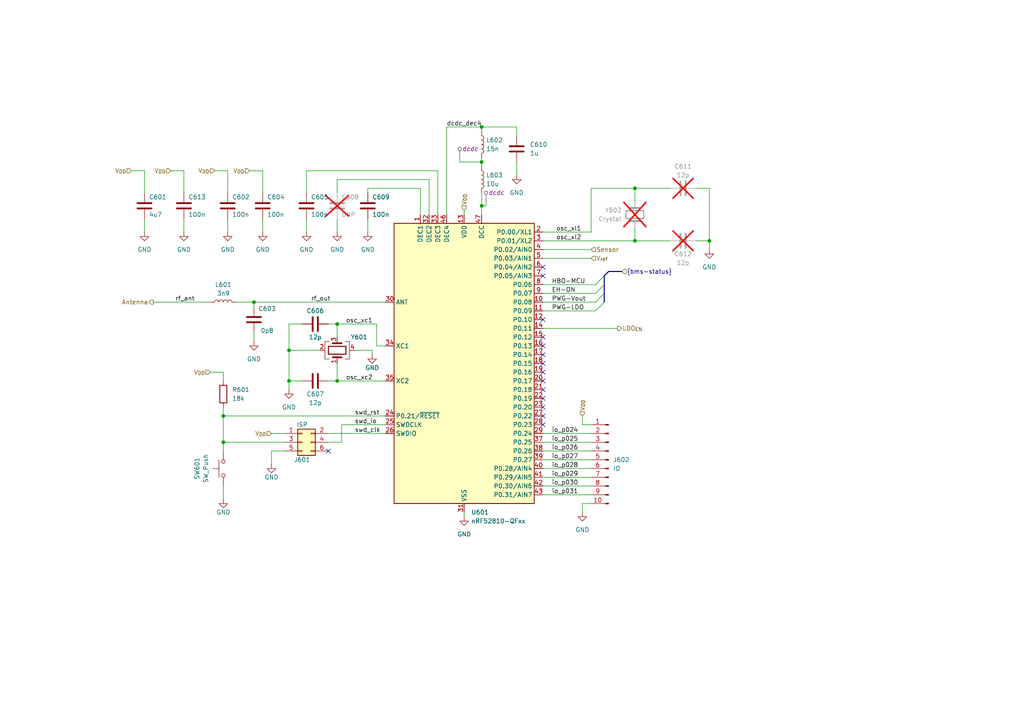
<source format=kicad_sch>
(kicad_sch (version 20230121) (generator eeschema)
  (paper "A4")
  (lib_symbols
    (symbol "Connector:Conn_01x10_Pin" (pin_names (offset 1.016) hide)
      (property "Reference" "J" (at 0 12.7 0))
      (property "Value" "Conn_01x10_Pin" (at 0 -15.24 0))
      (symbol "Conn_01x10_Pin_1_1"
        (polyline (pts (xy 1.27 -12.7) (xy 0.8636 -12.7)) (stroke (width 0.1524)))
        (polyline (pts (xy 1.27 -10.16) (xy 0.8636 -10.16)) (stroke (width 0.1524)))
        (polyline (pts (xy 1.27 -7.62) (xy 0.8636 -7.62)) (stroke (width 0.1524)))
        (polyline (pts (xy 1.27 -5.08) (xy 0.8636 -5.08)) (stroke (width 0.1524)))
        (polyline (pts (xy 1.27 -2.54) (xy 0.8636 -2.54)) (stroke (width 0.1524)))
        (polyline (pts (xy 1.27 0) (xy 0.8636 0)) (stroke (width 0.1524)))
        (polyline (pts (xy 1.27 2.54) (xy 0.8636 2.54)) (stroke (width 0.1524)))
        (polyline (pts (xy 1.27 5.08) (xy 0.8636 5.08)) (stroke (width 0.1524)))
        (polyline (pts (xy 1.27 7.62) (xy 0.8636 7.62)) (stroke (width 0.1524)))
        (polyline (pts (xy 1.27 10.16) (xy 0.8636 10.16)) (stroke (width 0.1524)))
        (rectangle (start 0.8636 -12.573) (end 0 -12.827) (stroke (width 0.1524)) (fill (type outline)))
        (rectangle (start 0.8636 -10.033) (end 0 -10.287) (stroke (width 0.1524)) (fill (type outline)))
        (rectangle (start 0.8636 -7.493) (end 0 -7.747) (stroke (width 0.1524)) (fill (type outline)))
        (rectangle (start 0.8636 -4.953) (end 0 -5.207) (stroke (width 0.1524)) (fill (type outline)))
        (rectangle (start 0.8636 -2.413) (end 0 -2.667) (stroke (width 0.1524)) (fill (type outline)))
        (rectangle (start 0.8636 0.127) (end 0 -0.127) (stroke (width 0.1524)) (fill (type outline)))
        (rectangle (start 0.8636 2.667) (end 0 2.413) (stroke (width 0.1524)) (fill (type outline)))
        (rectangle (start 0.8636 5.207) (end 0 4.953) (stroke (width 0.1524)) (fill (type outline)))
        (rectangle (start 0.8636 7.747) (end 0 7.493) (stroke (width 0.1524)) (fill (type outline)))
        (rectangle (start 0.8636 10.287) (end 0 10.033) (stroke (width 0.1524)) (fill (type outline)))
        (pin passive line (at 5.08 10.16 180) (length 3.81) (name "Pin_1") (number "1"))
        (pin passive line (at 5.08 -12.7 180) (length 3.81) (name "Pin_10") (number "10"))
        (pin passive line (at 5.08 7.62 180) (length 3.81) (name "Pin_2") (number "2"))
        (pin passive line (at 5.08 5.08 180) (length 3.81) (name "Pin_3") (number "3"))
        (pin passive line (at 5.08 2.54 180) (length 3.81) (name "Pin_4") (number "4"))
        (pin passive line (at 5.08 0 180) (length 3.81) (name "Pin_5") (number "5"))
        (pin passive line (at 5.08 -2.54 180) (length 3.81) (name "Pin_6") (number "6"))
        (pin passive line (at 5.08 -5.08 180) (length 3.81) (name "Pin_7") (number "7"))
        (pin passive line (at 5.08 -7.62 180) (length 3.81) (name "Pin_8") (number "8"))
        (pin passive line (at 5.08 -10.16 180) (length 3.81) (name "Pin_9") (number "9"))
      )
    )
    (symbol "Connector_Generic:Conn_02x03_Odd_Even" (pin_names (offset 1.016) hide)
      (property "Reference" "J" (at 1.27 5.08 0))
      (property "Value" "Conn_02x03_Odd_Even" (at 1.27 -5.08 0))
      (symbol "Conn_02x03_Odd_Even_1_1"
        (rectangle (start -1.27 -2.413) (end 0 -2.667) (stroke (width 0.1524)))
        (rectangle (start -1.27 0.127) (end 0 -0.127) (stroke (width 0.1524)))
        (rectangle (start -1.27 2.667) (end 0 2.413) (stroke (width 0.1524)))
        (rectangle (start -1.27 3.81) (end 3.81 -3.81) (stroke (width 0.254)) (fill (type background)))
        (rectangle (start 3.81 -2.413) (end 2.54 -2.667) (stroke (width 0.1524)))
        (rectangle (start 3.81 0.127) (end 2.54 -0.127) (stroke (width 0.1524)))
        (rectangle (start 3.81 2.667) (end 2.54 2.413) (stroke (width 0.1524)))
        (pin passive line (at -5.08 2.54 0) (length 3.81) (name "Pin_1") (number "1"))
        (pin passive line (at 7.62 2.54 180) (length 3.81) (name "Pin_2") (number "2"))
        (pin passive line (at -5.08 0 0) (length 3.81) (name "Pin_3") (number "3"))
        (pin passive line (at 7.62 0 180) (length 3.81) (name "Pin_4") (number "4"))
        (pin passive line (at -5.08 -2.54 0) (length 3.81) (name "Pin_5") (number "5"))
        (pin passive line (at 7.62 -2.54 180) (length 3.81) (name "Pin_6") (number "6"))
      )
    )
    (symbol "Device:C" (pin_numbers hide) (pin_names (offset 0.254))
      (property "Reference" "C" (at 0.635 2.54 0))
      (property "Value" "C" (at 0.635 -2.54 0))
      (symbol "C_0_1"
        (polyline (pts (xy -2.032 -0.762) (xy 2.032 -0.762)) (stroke (width 0.508)))
        (polyline (pts (xy -2.032 0.762) (xy 2.032 0.762)) (stroke (width 0.508)))
      )
      (symbol "C_1_1"
        (pin passive line (at 0 3.81 270) (length 2.794) (name "~") (number "1"))
        (pin passive line (at 0 -3.81 90) (length 2.794) (name "~") (number "2"))
      )
    )
    (symbol "Device:Crystal" (pin_numbers hide) (pin_names (offset 1.016) hide)
      (property "Reference" "Y" (at 0 3.81 0))
      (property "Value" "Crystal" (at 0 -3.81 0))
      (symbol "Crystal_0_1"
        (rectangle (start -1.143 2.54) (end 1.143 -2.54) (stroke (width 0.3048)))
        (polyline (pts (xy -2.54 0) (xy -1.905 0)))
        (polyline (pts (xy -1.905 -1.27) (xy -1.905 1.27)) (stroke (width 0.508)))
        (polyline (pts (xy 1.905 -1.27) (xy 1.905 1.27)) (stroke (width 0.508)))
        (polyline (pts (xy 2.54 0) (xy 1.905 0)))
      )
      (symbol "Crystal_1_1"
        (pin passive line (at -3.81 0 0) (length 1.27) (name "1") (number "1"))
        (pin passive line (at 3.81 0 180) (length 1.27) (name "2") (number "2"))
      )
    )
    (symbol "Device:Crystal_GND24" (pin_names (offset 1.016) hide)
      (property "Reference" "Y" (at 3.175 5.08 0))
      (property "Value" "Crystal_GND24" (at 3.175 3.175 0))
      (symbol "Crystal_GND24_0_1"
        (rectangle (start -1.143 2.54) (end 1.143 -2.54) (stroke (width 0.3048)))
        (polyline (pts (xy -2.54 0) (xy -2.032 0)))
        (polyline (pts (xy -2.032 -1.27) (xy -2.032 1.27)) (stroke (width 0.508)))
        (polyline (pts (xy 0 -3.81) (xy 0 -3.556)))
        (polyline (pts (xy 0 3.556) (xy 0 3.81)))
        (polyline (pts (xy 2.032 -1.27) (xy 2.032 1.27)) (stroke (width 0.508)))
        (polyline (pts (xy 2.032 0) (xy 2.54 0)))
        (polyline (pts (xy -2.54 -2.286) (xy -2.54 -3.556) (xy 2.54 -3.556) (xy 2.54 -2.286)))
        (polyline (pts (xy -2.54 2.286) (xy -2.54 3.556) (xy 2.54 3.556) (xy 2.54 2.286)))
      )
      (symbol "Crystal_GND24_1_1"
        (pin passive line (at -3.81 0 0) (length 1.27) (name "1") (number "1"))
        (pin passive line (at 0 5.08 270) (length 1.27) (name "2") (number "2"))
        (pin passive line (at 3.81 0 180) (length 1.27) (name "3") (number "3"))
        (pin passive line (at 0 -5.08 90) (length 1.27) (name "4") (number "4"))
      )
    )
    (symbol "Device:L" (pin_numbers hide) (pin_names (offset 1.016) hide)
      (property "Reference" "L" (at -1.27 0 90))
      (property "Value" "L" (at 1.905 0 90))
      (symbol "L_0_1"
        (arc (start 0 -2.54) (mid 0.6323 -1.905) (end 0 -1.27))
        (arc (start 0 -1.27) (mid 0.6323 -0.635) (end 0 0))
        (arc (start 0 0) (mid 0.6323 0.635) (end 0 1.27))
        (arc (start 0 1.27) (mid 0.6323 1.905) (end 0 2.54))
      )
      (symbol "L_1_1"
        (pin passive line (at 0 3.81 270) (length 1.27) (name "1") (number "1"))
        (pin passive line (at 0 -3.81 90) (length 1.27) (name "2") (number "2"))
      )
    )
    (symbol "Device:R" (pin_numbers hide) (pin_names (offset 0))
      (property "Reference" "R" (at 2.032 0 90))
      (property "Value" "R" (at 0 0 90))
      (symbol "R_0_1"
        (rectangle (start -1.016 -2.54) (end 1.016 2.54) (stroke (width 0.254)))
      )
      (symbol "R_1_1"
        (pin passive line (at 0 3.81 270) (length 1.27) (name "~") (number "1"))
        (pin passive line (at 0 -3.81 90) (length 1.27) (name "~") (number "2"))
      )
    )
    (symbol "GND_1" (power) (pin_names (offset 0))
      (property "Value" "GND_1" (at 0 -3.81 0))
      (symbol "GND_1_0_1"
        (polyline (pts (xy 0 0) (xy 0 -1.27) (xy 1.27 -1.27) (xy 0 -2.54) (xy -1.27 -1.27) (xy 0 -1.27)))
      )
      (symbol "GND_1_1_1"
        (pin power_in line (at 0 0 270) (length 0) hide (name "GND") (number "1"))
      )
    )
    (symbol "GND_10" (power) (pin_names (offset 0))
      (property "Value" "GND_10" (at 0 -3.81 0))
      (symbol "GND_10_0_1"
        (polyline (pts (xy 0 0) (xy 0 -1.27) (xy 1.27 -1.27) (xy 0 -2.54) (xy -1.27 -1.27) (xy 0 -1.27)))
      )
      (symbol "GND_10_1_1"
        (pin power_in line (at 0 0 270) (length 0) hide (name "GND") (number "1"))
      )
    )
    (symbol "GND_11" (power) (pin_names (offset 0))
      (property "Value" "GND_11" (at 0 -3.81 0))
      (symbol "GND_11_0_1"
        (polyline (pts (xy 0 0) (xy 0 -1.27) (xy 1.27 -1.27) (xy 0 -2.54) (xy -1.27 -1.27) (xy 0 -1.27)))
      )
      (symbol "GND_11_1_1"
        (pin power_in line (at 0 0 270) (length 0) hide (name "GND") (number "1"))
      )
    )
    (symbol "GND_2" (power) (pin_names (offset 0))
      (property "Value" "GND_2" (at 0 -3.81 0))
      (symbol "GND_2_0_1"
        (polyline (pts (xy 0 0) (xy 0 -1.27) (xy 1.27 -1.27) (xy 0 -2.54) (xy -1.27 -1.27) (xy 0 -1.27)))
      )
      (symbol "GND_2_1_1"
        (pin power_in line (at 0 0 270) (length 0) hide (name "GND") (number "1"))
      )
    )
    (symbol "GND_3" (power) (pin_names (offset 0))
      (property "Value" "GND_3" (at 0 -3.81 0))
      (symbol "GND_3_0_1"
        (polyline (pts (xy 0 0) (xy 0 -1.27) (xy 1.27 -1.27) (xy 0 -2.54) (xy -1.27 -1.27) (xy 0 -1.27)))
      )
      (symbol "GND_3_1_1"
        (pin power_in line (at 0 0 270) (length 0) hide (name "GND") (number "1"))
      )
    )
    (symbol "GND_4" (power) (pin_names (offset 0))
      (property "Value" "GND_4" (at 0 -3.81 0))
      (symbol "GND_4_0_1"
        (polyline (pts (xy 0 0) (xy 0 -1.27) (xy 1.27 -1.27) (xy 0 -2.54) (xy -1.27 -1.27) (xy 0 -1.27)))
      )
      (symbol "GND_4_1_1"
        (pin power_in line (at 0 0 270) (length 0) hide (name "GND") (number "1"))
      )
    )
    (symbol "GND_5" (power) (pin_names (offset 0))
      (property "Value" "GND_5" (at 0 -3.81 0))
      (symbol "GND_5_0_1"
        (polyline (pts (xy 0 0) (xy 0 -1.27) (xy 1.27 -1.27) (xy 0 -2.54) (xy -1.27 -1.27) (xy 0 -1.27)))
      )
      (symbol "GND_5_1_1"
        (pin power_in line (at 0 0 270) (length 0) hide (name "GND") (number "1"))
      )
    )
    (symbol "GND_6" (power) (pin_names (offset 0))
      (property "Value" "GND_6" (at 0 -3.81 0))
      (symbol "GND_6_0_1"
        (polyline (pts (xy 0 0) (xy 0 -1.27) (xy 1.27 -1.27) (xy 0 -2.54) (xy -1.27 -1.27) (xy 0 -1.27)))
      )
      (symbol "GND_6_1_1"
        (pin power_in line (at 0 0 270) (length 0) hide (name "GND") (number "1"))
      )
    )
    (symbol "GND_7" (power) (pin_names (offset 0))
      (property "Value" "GND_7" (at 0 -3.81 0))
      (symbol "GND_7_0_1"
        (polyline (pts (xy 0 0) (xy 0 -1.27) (xy 1.27 -1.27) (xy 0 -2.54) (xy -1.27 -1.27) (xy 0 -1.27)))
      )
      (symbol "GND_7_1_1"
        (pin power_in line (at 0 0 270) (length 0) hide (name "GND") (number "1"))
      )
    )
    (symbol "GND_8" (power) (pin_names (offset 0))
      (property "Value" "GND_8" (at 0 -3.81 0))
      (symbol "GND_8_0_1"
        (polyline (pts (xy 0 0) (xy 0 -1.27) (xy 1.27 -1.27) (xy 0 -2.54) (xy -1.27 -1.27) (xy 0 -1.27)))
      )
      (symbol "GND_8_1_1"
        (pin power_in line (at 0 0 270) (length 0) hide (name "GND") (number "1"))
      )
    )
    (symbol "GND_9" (power) (pin_names (offset 0))
      (property "Value" "GND_9" (at 0 -3.81 0))
      (symbol "GND_9_0_1"
        (polyline (pts (xy 0 0) (xy 0 -1.27) (xy 1.27 -1.27) (xy 0 -2.54) (xy -1.27 -1.27) (xy 0 -1.27)))
      )
      (symbol "GND_9_1_1"
        (pin power_in line (at 0 0 270) (length 0) hide (name "GND") (number "1"))
      )
    )
    (symbol "MCU_Nordic:nRF52810-QFxx"
      (property "Reference" "U" (at 0 1.27 0))
      (property "Value" "nRF52810-QFxx" (at 0 -1.27 0))
      (symbol "nRF52810-QFxx_0_1"
        (rectangle (start -20.32 40.64) (end 20.32 -40.64) (stroke (width 0.254)) (fill (type background)))
      )
      (symbol "nRF52810-QFxx_1_1"
        (pin passive line (at -12.7 43.18 270) (length 2.54) (name "DEC1") (number "1"))
        (pin bidirectional line (at 22.86 17.78 180) (length 2.54) (name "P0.08") (number "10"))
        (pin bidirectional line (at 22.86 15.24 180) (length 2.54) (name "P0.09") (number "11"))
        (pin bidirectional line (at 22.86 12.7 180) (length 2.54) (name "P0.10") (number "12"))
        (pin power_in line (at 0 43.18 270) (length 2.54) (name "VDD") (number "13"))
        (pin bidirectional line (at 22.86 10.16 180) (length 2.54) (name "P0.11") (number "14"))
        (pin bidirectional line (at 22.86 7.62 180) (length 2.54) (name "P0.12") (number "15"))
        (pin bidirectional line (at 22.86 5.08 180) (length 2.54) (name "P0.13") (number "16"))
        (pin bidirectional line (at 22.86 2.54 180) (length 2.54) (name "P0.14") (number "17"))
        (pin bidirectional line (at 22.86 0 180) (length 2.54) (name "P0.15") (number "18"))
        (pin bidirectional line (at 22.86 -2.54 180) (length 2.54) (name "P0.16") (number "19"))
        (pin bidirectional line (at 22.86 38.1 180) (length 2.54) (name "P0.00/XL1") (number "2"))
        (pin bidirectional line (at 22.86 -5.08 180) (length 2.54) (name "P0.17") (number "20"))
        (pin bidirectional line (at 22.86 -7.62 180) (length 2.54) (name "P0.18") (number "21"))
        (pin bidirectional line (at 22.86 -10.16 180) (length 2.54) (name "P0.19") (number "22"))
        (pin bidirectional line (at 22.86 -12.7 180) (length 2.54) (name "P0.20") (number "23"))
        (pin bidirectional line (at -22.86 -15.24 0) (length 2.54) (name "P0.21/~{RESET}") (number "24"))
        (pin input line (at -22.86 -17.78 0) (length 2.54) (name "SWDCLK") (number "25"))
        (pin bidirectional line (at -22.86 -20.32 0) (length 2.54) (name "SWDIO") (number "26"))
        (pin bidirectional line (at 22.86 -15.24 180) (length 2.54) (name "P0.22") (number "27"))
        (pin bidirectional line (at 22.86 -17.78 180) (length 2.54) (name "P0.23") (number "28"))
        (pin bidirectional line (at 22.86 -20.32 180) (length 2.54) (name "P0.24") (number "29"))
        (pin bidirectional line (at 22.86 35.56 180) (length 2.54) (name "P0.01/XL2") (number "3"))
        (pin passive line (at -22.86 17.78 0) (length 2.54) (name "ANT") (number "30"))
        (pin power_in line (at 0 -43.18 90) (length 2.54) (name "VSS") (number "31"))
        (pin passive line (at -10.16 43.18 270) (length 2.54) (name "DEC2") (number "32"))
        (pin passive line (at -7.62 43.18 270) (length 2.54) (name "DEC3") (number "33"))
        (pin input line (at -22.86 5.08 0) (length 2.54) (name "XC1") (number "34"))
        (pin input line (at -22.86 -5.08 0) (length 2.54) (name "XC2") (number "35"))
        (pin passive line (at 0 43.18 270) (length 2.54) hide (name "VDD") (number "36"))
        (pin bidirectional line (at 22.86 -22.86 180) (length 2.54) (name "P0.25") (number "37"))
        (pin bidirectional line (at 22.86 -25.4 180) (length 2.54) (name "P0.26") (number "38"))
        (pin bidirectional line (at 22.86 -27.94 180) (length 2.54) (name "P0.27") (number "39"))
        (pin bidirectional line (at 22.86 33.02 180) (length 2.54) (name "P0.02/AIN0") (number "4"))
        (pin bidirectional line (at 22.86 -30.48 180) (length 2.54) (name "P0.28/AIN4") (number "40"))
        (pin bidirectional line (at 22.86 -33.02 180) (length 2.54) (name "P0.29/AIN5") (number "41"))
        (pin bidirectional line (at 22.86 -35.56 180) (length 2.54) (name "P0.30/AIN6") (number "42"))
        (pin bidirectional line (at 22.86 -38.1 180) (length 2.54) (name "P0.31/AIN7") (number "43"))
        (pin no_connect line (at -20.32 -30.48 0) (length 2.54) hide (name "NC") (number "44"))
        (pin passive line (at 0 -43.18 90) (length 2.54) hide (name "VSS") (number "45"))
        (pin passive line (at -5.08 43.18 270) (length 2.54) (name "DEC4") (number "46"))
        (pin power_out line (at 5.08 43.18 270) (length 2.54) (name "DCC") (number "47"))
        (pin passive line (at 0 43.18 270) (length 2.54) hide (name "VDD") (number "48"))
        (pin passive line (at 0 -43.18 90) (length 2.54) hide (name "VSS") (number "49"))
        (pin bidirectional line (at 22.86 30.48 180) (length 2.54) (name "P0.03/AIN1") (number "5"))
        (pin bidirectional line (at 22.86 27.94 180) (length 2.54) (name "P0.04/AIN2") (number "6"))
        (pin bidirectional line (at 22.86 25.4 180) (length 2.54) (name "P0.05/AIN3") (number "7"))
        (pin bidirectional line (at 22.86 22.86 180) (length 2.54) (name "P0.06") (number "8"))
        (pin bidirectional line (at 22.86 20.32 180) (length 2.54) (name "P0.07") (number "9"))
      )
    )
    (symbol "Switch:SW_Push" (pin_numbers hide) (pin_names (offset 1.016) hide)
      (property "Reference" "SW" (at 1.27 2.54 0))
      (property "Value" "SW_Push" (at 0 -1.524 0))
      (symbol "SW_Push_0_1"
        (circle (center -2.032 0) (radius 0.508))
        (polyline (pts (xy 0 1.27) (xy 0 3.048)))
        (polyline (pts (xy 2.54 1.27) (xy -2.54 1.27)))
        (circle (center 2.032 0) (radius 0.508))
        (pin passive line (at -5.08 0 0) (length 2.54) (name "1") (number "1"))
        (pin passive line (at 5.08 0 180) (length 2.54) (name "2") (number "2"))
      )
    )
    (symbol "power:GND" (power) (pin_names (offset 0))
      (property "Value" "GND" (at 0 -3.81 0))
      (symbol "GND_0_1"
        (polyline (pts (xy 0 0) (xy 0 -1.27) (xy 1.27 -1.27) (xy 0 -2.54) (xy -1.27 -1.27) (xy 0 -1.27)))
      )
      (symbol "GND_1_1"
        (pin power_in line (at 0 0 270) (length 0) hide (name "GND") (number "1"))
      )
    )
  )
  (junction (at 97.79 93.98))
  (junction (at 205.74 69.85))
  (junction (at 139.7 36.83))
  (junction (at 139.7 46.99))
  (junction (at 64.77 120.65))
  (junction (at 184.15 54.61))
  (junction (at 83.82 110.49))
  (junction (at 139.7 59.69))
  (junction (at 73.66 87.63))
  (junction (at 184.15 69.85))
  (junction (at 97.79 110.49))
  (junction (at 83.82 101.6))
  (junction (at 64.77 128.27))
  (no_connect (at 157.48 110.49))
  (no_connect (at 157.48 102.87))
  (no_connect (at 157.48 100.33))
  (no_connect (at 157.48 77.47))
  (no_connect (at 157.48 113.03))
  (no_connect (at 157.48 123.19))
  (no_connect (at 95.25 130.81))
  (no_connect (at 157.48 80.01))
  (no_connect (at 157.48 92.71))
  (no_connect (at 157.48 120.65))
  (no_connect (at 157.48 118.11))
  (no_connect (at 157.48 105.41))
  (no_connect (at 157.48 97.79))
  (no_connect (at 157.48 107.95))
  (no_connect (at 157.48 115.57))
  (bus_entry (at 172.72 87.63) (size 2.54 -2.54))
  (bus_entry (at 172.72 90.17) (size 2.54 -2.54))
  (bus_entry (at 172.72 85.09) (size 2.54 -2.54))
  (bus_entry (at 172.72 82.55) (size 2.54 -2.54))
  (wire (pts (xy 157.48 143.51) (xy 171.45 143.51)))
  (wire (pts (xy 97.79 93.98) (xy 97.79 97.79)))
  (wire (pts (xy 53.34 63.5) (xy 53.34 67.31)))
  (wire (pts (xy 99.06 123.19) (xy 111.76 123.19)))
  (wire (pts (xy 73.66 87.63) (xy 111.76 87.63)))
  (wire (pts (xy 168.91 120.65) (xy 168.91 123.19)))
  (wire (pts (xy 184.15 69.85) (xy 157.48 69.85)))
  (wire (pts (xy 139.7 45.72) (xy 139.7 46.99)))
  (bus (pts (xy 175.26 80.01) (xy 175.26 82.55)))
  (wire (pts (xy 64.77 120.65) (xy 64.77 128.27)))
  (wire (pts (xy 157.48 95.25) (xy 179.07 95.25)))
  (wire (pts (xy 78.74 125.73) (xy 82.55 125.73)))
  (wire (pts (xy 134.62 60.96) (xy 134.62 62.23)))
  (wire (pts (xy 140.97 59.69) (xy 139.7 59.69)))
  (wire (pts (xy 76.2 63.5) (xy 76.2 67.31)))
  (wire (pts (xy 64.77 118.11) (xy 64.77 120.65)))
  (wire (pts (xy 171.45 67.31) (xy 171.45 54.61)))
  (wire (pts (xy 87.63 93.98) (xy 83.82 93.98)))
  (wire (pts (xy 38.1 49.53) (xy 41.91 49.53)))
  (wire (pts (xy 157.48 72.39) (xy 171.45 72.39)))
  (wire (pts (xy 129.54 36.83) (xy 139.7 36.83)))
  (wire (pts (xy 78.74 130.81) (xy 82.55 130.81)))
  (wire (pts (xy 73.66 87.63) (xy 73.66 88.9)))
  (wire (pts (xy 134.62 148.59) (xy 134.62 149.86)))
  (wire (pts (xy 133.35 46.99) (xy 139.7 46.99)))
  (wire (pts (xy 88.9 55.88) (xy 88.9 49.53)))
  (wire (pts (xy 64.77 120.65) (xy 111.76 120.65)))
  (wire (pts (xy 157.48 82.55) (xy 172.72 82.55)))
  (wire (pts (xy 73.66 96.52) (xy 73.66 99.06)))
  (wire (pts (xy 168.91 148.59) (xy 168.91 146.05)))
  (wire (pts (xy 95.25 110.49) (xy 97.79 110.49)))
  (wire (pts (xy 76.2 49.53) (xy 76.2 55.88)))
  (wire (pts (xy 66.04 63.5) (xy 66.04 67.31)))
  (wire (pts (xy 88.9 63.5) (xy 88.9 67.31)))
  (wire (pts (xy 139.7 55.88) (xy 139.7 59.69)))
  (wire (pts (xy 44.45 87.63) (xy 60.96 87.63)))
  (wire (pts (xy 129.54 36.83) (xy 129.54 62.23)))
  (wire (pts (xy 66.04 49.53) (xy 66.04 55.88)))
  (wire (pts (xy 157.48 125.73) (xy 171.45 125.73)))
  (wire (pts (xy 124.46 52.07) (xy 124.46 62.23)))
  (wire (pts (xy 157.48 90.17) (xy 172.72 90.17)))
  (wire (pts (xy 97.79 52.07) (xy 97.79 55.88)))
  (wire (pts (xy 41.91 63.5) (xy 41.91 67.31)))
  (wire (pts (xy 157.48 85.09) (xy 172.72 85.09)))
  (wire (pts (xy 88.9 49.53) (xy 127 49.53)))
  (wire (pts (xy 83.82 93.98) (xy 83.82 101.6)))
  (wire (pts (xy 201.93 69.85) (xy 205.74 69.85)))
  (bus (pts (xy 175.26 80.01) (xy 176.53 78.74)))
  (wire (pts (xy 106.68 63.5) (xy 106.68 67.31)))
  (wire (pts (xy 157.48 133.35) (xy 171.45 133.35)))
  (wire (pts (xy 171.45 74.93) (xy 157.48 74.93)))
  (wire (pts (xy 68.58 87.63) (xy 73.66 87.63)))
  (wire (pts (xy 107.95 101.6) (xy 107.95 102.87)))
  (wire (pts (xy 149.86 46.99) (xy 149.86 50.8)))
  (wire (pts (xy 99.06 123.19) (xy 99.06 128.27)))
  (wire (pts (xy 53.34 49.53) (xy 53.34 55.88)))
  (wire (pts (xy 72.39 49.53) (xy 76.2 49.53)))
  (wire (pts (xy 78.74 134.62) (xy 78.74 130.81)))
  (wire (pts (xy 60.96 107.95) (xy 64.77 107.95)))
  (wire (pts (xy 107.95 101.6) (xy 102.87 101.6)))
  (wire (pts (xy 157.48 138.43) (xy 171.45 138.43)))
  (wire (pts (xy 157.48 130.81) (xy 171.45 130.81)))
  (wire (pts (xy 62.23 49.53) (xy 66.04 49.53)))
  (wire (pts (xy 97.79 105.41) (xy 97.79 110.49)))
  (wire (pts (xy 205.74 69.85) (xy 205.74 72.39)))
  (wire (pts (xy 168.91 146.05) (xy 171.45 146.05)))
  (wire (pts (xy 127 49.53) (xy 127 62.23)))
  (wire (pts (xy 168.91 123.19) (xy 171.45 123.19)))
  (wire (pts (xy 106.68 54.61) (xy 106.68 55.88)))
  (wire (pts (xy 157.48 140.97) (xy 171.45 140.97)))
  (wire (pts (xy 171.45 54.61) (xy 184.15 54.61)))
  (bus (pts (xy 180.34 78.74) (xy 176.53 78.74)))
  (wire (pts (xy 157.48 135.89) (xy 171.45 135.89)))
  (wire (pts (xy 149.86 39.37) (xy 149.86 36.83)))
  (wire (pts (xy 157.48 67.31) (xy 171.45 67.31)))
  (wire (pts (xy 201.93 54.61) (xy 205.74 54.61)))
  (wire (pts (xy 99.06 128.27) (xy 95.25 128.27)))
  (wire (pts (xy 139.7 59.69) (xy 139.7 62.23)))
  (wire (pts (xy 139.7 46.99) (xy 139.7 48.26)))
  (wire (pts (xy 41.91 49.53) (xy 41.91 55.88)))
  (wire (pts (xy 139.7 36.83) (xy 149.86 36.83)))
  (wire (pts (xy 139.7 36.83) (xy 139.7 38.1)))
  (wire (pts (xy 109.22 93.98) (xy 109.22 100.33)))
  (wire (pts (xy 140.97 58.42) (xy 140.97 59.69)))
  (wire (pts (xy 157.48 87.63) (xy 172.72 87.63)))
  (wire (pts (xy 83.82 101.6) (xy 92.71 101.6)))
  (wire (pts (xy 83.82 101.6) (xy 83.82 110.49)))
  (wire (pts (xy 95.25 125.73) (xy 111.76 125.73)))
  (wire (pts (xy 64.77 140.97) (xy 64.77 144.78)))
  (wire (pts (xy 121.92 54.61) (xy 121.92 62.23)))
  (wire (pts (xy 157.48 128.27) (xy 171.45 128.27)))
  (bus (pts (xy 175.26 85.09) (xy 175.26 87.63)))
  (wire (pts (xy 184.15 54.61) (xy 194.31 54.61)))
  (wire (pts (xy 133.35 45.72) (xy 133.35 46.99)))
  (wire (pts (xy 97.79 93.98) (xy 109.22 93.98)))
  (wire (pts (xy 184.15 69.85) (xy 194.31 69.85)))
  (wire (pts (xy 97.79 63.5) (xy 97.79 67.31)))
  (wire (pts (xy 64.77 128.27) (xy 82.55 128.27)))
  (wire (pts (xy 87.63 110.49) (xy 83.82 110.49)))
  (wire (pts (xy 109.22 100.33) (xy 111.76 100.33)))
  (wire (pts (xy 106.68 54.61) (xy 121.92 54.61)))
  (wire (pts (xy 124.46 52.07) (xy 97.79 52.07)))
  (wire (pts (xy 97.79 110.49) (xy 111.76 110.49)))
  (wire (pts (xy 205.74 54.61) (xy 205.74 69.85)))
  (wire (pts (xy 49.53 49.53) (xy 53.34 49.53)))
  (bus (pts (xy 175.26 82.55) (xy 175.26 85.09)))
  (wire (pts (xy 95.25 93.98) (xy 97.79 93.98)))
  (wire (pts (xy 64.77 128.27) (xy 64.77 130.81)))
  (wire (pts (xy 184.15 54.61) (xy 184.15 58.42)))
  (wire (pts (xy 64.77 107.95) (xy 64.77 110.49)))
  (wire (pts (xy 83.82 110.49) (xy 83.82 113.03)))
  (wire (pts (xy 184.15 66.04) (xy 184.15 69.85)))
  (label "io_p027" (at 160.02 133.35 0))
  (label "EH-ON" (at 160.02 85.09 0))
  (label "io_p030" (at 160.02 140.97 0))
  (label "rf_out" (at 90.17 87.63 0))
  (label "io_p026" (at 160.02 130.81 0))
  (label "osc_xc2" (at 100.33 110.49 0))
  (label "swd_clk" (at 102.87 125.73 0))
  (label "io_p028" (at 160.02 135.89 0))
  (label "io_p025" (at 160.02 128.27 0))
  (label "PWG-Vout" (at 160.02 87.63 0))
  (label "io_p031" (at 160.02 143.51 0))
  (label "PWG-LDO" (at 160.02 90.17 0))
  (label "io_p024" (at 160.02 125.73 0))
  (label "HBO-MCU" (at 160.02 82.55 0))
  (label "dcdc_dec4" (at 129.54 36.83 0))
  (label "io_p029" (at 160.02 138.43 0))
  (label "osc_xl1" (at 161.29 67.31 0))
  (label "swd_io" (at 102.87 123.19 0))
  (label "osc_xc1" (at 100.33 93.98 0))
  (label "swd_rst" (at 102.87 120.65 0))
  (label "osc_xl2" (at 161.29 69.85 0))
  (label "rf_ant" (at 50.8 87.63 0))
  (hierarchical_label "V_{DD}" (shape input) (at 49.53 49.53 180))
  (hierarchical_label "{bms-status}" (shape input) (at 180.34 78.74 0))
  (hierarchical_label "V_{DD}" (shape input) (at 62.23 49.53 180))
  (hierarchical_label "V_{DD}" (shape input) (at 168.91 120.65 90))
  (hierarchical_label "V_{DD}" (shape input) (at 72.39 49.53 180))
  (hierarchical_label "V_{DD}" (shape input) (at 60.96 107.95 180))
  (hierarchical_label "LDO_{EN}" (shape output) (at 179.07 95.25 0))
  (hierarchical_label "Sensor" (shape input) (at 171.45 72.39 0))
  (hierarchical_label "V_{ref}" (shape input) (at 171.45 74.93 0))
  (hierarchical_label "V_{DD}" (shape input) (at 78.74 125.73 180))
  (hierarchical_label "Antenna" (shape output) (at 44.45 87.63 180))
  (hierarchical_label "V_{DD}" (shape input) (at 38.1 49.53 180))
  (hierarchical_label "V_{DD}" (shape input) (at 134.62 60.96 90))
  (netclass_flag "" (length 2.54) (shape round) (at 140.97 58.42 0) (property "Netclass" "dcdc" (at 141.6685 55.88 0) (effects (font italic) (justify left))))
  (netclass_flag "" (length 2.54) (shape round) (at 133.35 45.72 0) (property "Netclass" "dcdc" (at 134.0485 43.18 0) (effects (font italic) (justify left))))
  (symbol (lib_id "Device:L") (at 139.7 41.91 0) (unit 1)
    (property "Reference" "L602" (at 140.97 40.6399 0) (effects (justify left)))
    (property "Value" "15n" (at 140.97 43.1799 0) (effects (justify left)))
    (property "Footprint" "Inductor_SMD:L_0402_1005Metric_Pad0.77x0.64mm_HandSolder" (effects hide))
    (instances (project "sensor" (path "" (reference "L602") (unit 1))) (project "nrfChip" (path "" (reference "L?") (unit 1))))
  )
  (symbol (lib_id "Connector:Conn_01x10_Pin") (at 176.53 133.35 0) (mirror y) (unit 1)
    (property "Reference" "J602" (at 177.8 133.35 0) (effects (justify right)))
    (property "Value" "IO" (at 177.8 135.89 0) (effects (justify right)))
    (property "Footprint" "Connector_PinHeader_2.54mm:PinHeader_1x10_P2.54mm_Vertical" (effects hide))
  )
  (symbol (lib_id "Switch:SW_Push") (at 64.77 135.89 90) (unit 1)
    (property "Reference" "SW601" (at 57.15 135.89 0))
    (property "Value" "SW_Push" (at 59.69 135.89 0))
    (property "Footprint" "Button_Switch_SMD:SW_SPST_B3SL-1002P" (effects hide))
    (instances (project "sensor" (path "" (reference "SW601") (unit 1))) (project "nrfChip" (path "" (reference "SW?") (unit 1))))
  )
  (symbol (lib_id "Device:C") (at 53.34 59.69 0) (unit 1)
    (property "Reference" "C613" (at 54.61 57.15 0) (effects (justify left)))
    (property "Value" "100n" (at 54.61 62.23 0) (effects (justify left)))
    (property "Footprint" "Capacitor_SMD:C_0402_1005Metric_Pad0.74x0.62mm_HandSolder" (effects hide))
    (instances (project "sensor" (path "" (reference "C613") (unit 1))) (project "nrfChip" (path "" (reference "C?") (unit 1))))
  )
  (symbol (lib_id "Device:C") (at 73.66 92.71 0) (mirror y) (unit 1)
    (property "Reference" "C603" (at 77.47 89.535 0))
    (property "Value" "0p8" (at 77.47 95.885 0))
    (property "Footprint" "Capacitor_SMD:C_0402_1005Metric_Pad0.74x0.62mm_HandSolder" (effects hide))
    (instances (project "sensor" (path "" (reference "C603") (unit 1))) (project "nrfChip" (path "" (reference "C?") (unit 1))))
  )
  (symbol (lib_id "Connector_Generic:Conn_02x03_Odd_Even") (at 87.63 128.27 0) (unit 1)
    (property "Reference" "J601" (at 87.63 133.35 0))
    (property "Value" "ISP" (at 87.63 123.19 0))
    (property "Footprint" "Connector:Tag-Connect_TC2030-IDC-NL_2x03_P1.27mm_Vertical" (effects hide))
  )
  (symbol (lib_name "GND_4") (lib_id "power:GND") (at 64.77 144.78 0) (mirror y) (unit 1)
    (property "Reference" "#PWR0602" (effects hide))
    (property "Value" "GND" (at 64.77 148.59 0))
    (instances (project "sensor" (path "" (reference "#PWR0602") (unit 1))) (project "nrfChip" (path "" (reference "#PWR?") (unit 1))))
  )
  (symbol (lib_id "Device:C") (at 149.86 43.18 0) (unit 1)
    (property "Reference" "C610" (at 153.67 41.9099 0) (effects (justify left)))
    (property "Value" "1u" (at 153.67 44.4499 0) (effects (justify left)))
    (property "Footprint" "Capacitor_SMD:C_0603_1608Metric_Pad1.08x0.95mm_HandSolder" (effects hide))
    (instances (project "sensor" (path "" (reference "C610") (unit 1))) (project "nrfChip" (path "" (reference "C?") (unit 1))))
  )
  (symbol (lib_name "GND_6") (lib_id "power:GND") (at 66.04 67.31 0) (unit 1)
    (property "Reference" "#PWR0603" (effects hide))
    (property "Value" "GND" (at 66.04 72.39 0))
    (instances (project "sensor" (path "" (reference "#PWR0603") (unit 1))) (project "nrfChip" (path "" (reference "#PWR?") (unit 1))))
  )
  (symbol (lib_name "GND_10") (lib_id "power:GND") (at 149.86 50.8 0) (unit 1)
    (property "Reference" "#PWR0613" (effects hide))
    (property "Value" "GND" (at 149.86 55.88 0))
    (instances (project "sensor" (path "" (reference "#PWR0613") (unit 1))) (project "nrfChip" (path "" (reference "#PWR?") (unit 1))))
  )
  (symbol (lib_id "Device:C") (at 97.79 59.69 0) (unit 1) (dnp yes)
    (property "Reference" "C608" (at 99.06 57.15 0) (effects (justify left)))
    (property "Value" "DNP" (at 99.06 62.23 0) (effects (justify left)))
    (property "Footprint" "Capacitor_SMD:C_0402_1005Metric_Pad0.74x0.62mm_HandSolder" (effects hide))
    (instances (project "sensor" (path "" (reference "C608") (unit 1))) (project "nrfChip" (path "" (reference "C?") (unit 1))))
  )
  (symbol (lib_id "Device:C") (at 91.44 93.98 270) (mirror x) (unit 1)
    (property "Reference" "C606" (at 91.44 90.17 90))
    (property "Value" "12p" (at 91.44 97.79 90))
    (property "Footprint" "Capacitor_SMD:C_0402_1005Metric_Pad0.74x0.62mm_HandSolder" (effects hide))
    (instances (project "sensor" (path "" (reference "C606") (unit 1))) (project "nrfChip" (path "" (reference "C?") (unit 1))))
  )
  (symbol (lib_name "GND_3") (lib_id "power:GND") (at 107.95 102.87 0) (mirror y) (unit 1)
    (property "Reference" "#PWR0611" (effects hide))
    (property "Value" "GND" (at 107.95 106.68 0))
    (instances (project "sensor" (path "" (reference "#PWR0611") (unit 1))) (project "nrfChip" (path "" (reference "#PWR?") (unit 1))))
  )
  (symbol (lib_id "Device:C") (at 106.68 59.69 0) (unit 1)
    (property "Reference" "C609" (at 107.95 57.15 0) (effects (justify left)))
    (property "Value" "100n" (at 107.95 62.23 0) (effects (justify left)))
    (property "Footprint" "Capacitor_SMD:C_0402_1005Metric_Pad0.74x0.62mm_HandSolder" (effects hide))
    (instances (project "sensor" (path "" (reference "C609") (unit 1))) (project "nrfChip" (path "" (reference "C?") (unit 1))))
  )
  (symbol (lib_id "Device:C") (at 88.9 59.69 0) (unit 1)
    (property "Reference" "C605" (at 90.17 57.15 0) (effects (justify left)))
    (property "Value" "100p" (at 90.17 62.23 0) (effects (justify left)))
    (property "Footprint" "Capacitor_SMD:C_0402_1005Metric_Pad0.74x0.62mm_HandSolder" (effects hide))
    (instances (project "sensor" (path "" (reference "C605") (unit 1))) (project "nrfChip" (path "" (reference "C?") (unit 1))))
  )
  (symbol (lib_id "Device:C") (at 91.44 110.49 270) (mirror x) (unit 1)
    (property "Reference" "C607" (at 91.44 114.3 90))
    (property "Value" "12p" (at 91.44 116.84 90))
    (property "Footprint" "Capacitor_SMD:C_0402_1005Metric_Pad0.74x0.62mm_HandSolder" (effects hide))
    (instances (project "sensor" (path "" (reference "C607") (unit 1))) (project "nrfChip" (path "" (reference "C?") (unit 1))))
  )
  (symbol (lib_id "Device:C") (at 66.04 59.69 0) (unit 1)
    (property "Reference" "C602" (at 67.31 57.15 0) (effects (justify left)))
    (property "Value" "100n" (at 67.31 62.23 0) (effects (justify left)))
    (property "Footprint" "Capacitor_SMD:C_0402_1005Metric_Pad0.74x0.62mm_HandSolder" (effects hide))
    (instances (project "sensor" (path "" (reference "C602") (unit 1))) (project "nrfChip" (path "" (reference "C?") (unit 1))))
  )
  (symbol (lib_name "GND_6") (lib_id "power:GND") (at 76.2 67.31 0) (unit 1)
    (property "Reference" "#PWR0605" (effects hide))
    (property "Value" "GND" (at 76.2 72.39 0))
    (instances (project "sensor" (path "" (reference "#PWR0605") (unit 1))) (project "nrfChip" (path "" (reference "#PWR?") (unit 1))))
  )
  (symbol (lib_id "Device:C") (at 76.2 59.69 0) (unit 1)
    (property "Reference" "C604" (at 77.47 57.15 0) (effects (justify left)))
    (property "Value" "100n" (at 77.47 62.23 0) (effects (justify left)))
    (property "Footprint" "Capacitor_SMD:C_0402_1005Metric_Pad0.74x0.62mm_HandSolder" (effects hide))
    (instances (project "sensor" (path "" (reference "C604") (unit 1))) (project "nrfChip" (path "" (reference "C?") (unit 1))))
  )
  (symbol (lib_id "Device:C") (at 41.91 59.69 0) (unit 1)
    (property "Reference" "C601" (at 43.18 57.15 0) (effects (justify left)))
    (property "Value" "4u7" (at 43.18 62.23 0) (effects (justify left)))
    (property "Footprint" "Capacitor_SMD:C_0603_1608Metric_Pad1.08x0.95mm_HandSolder" (effects hide))
    (instances (project "sensor" (path "" (reference "C601") (unit 1))) (project "nrfChip" (path "" (reference "C?") (unit 1))))
  )
  (symbol (lib_id "Device:Crystal_GND24") (at 97.79 101.6 90) (unit 1)
    (property "Reference" "Y601" (at 104.14 97.79 90))
    (property "Value" "Crystal_GND24" (effects hide))
    (property "Footprint" "Crystal:Crystal_SMD_2016-4Pin_2.0x1.6mm" (effects hide))
  )
  (symbol (lib_name "GND_5") (lib_id "power:GND") (at 73.66 99.06 0) (mirror y) (unit 1)
    (property "Reference" "#PWR0604" (effects hide))
    (property "Value" "GND" (at 73.66 104.14 0))
    (instances (project "sensor" (path "" (reference "#PWR0604") (unit 1))) (project "nrfChip" (path "" (reference "#PWR?") (unit 1))))
  )
  (symbol (lib_id "Device:L") (at 64.77 87.63 90) (unit 1)
    (property "Reference" "L601" (at 64.77 82.55 90))
    (property "Value" "3n9" (at 64.77 85.09 90))
    (property "Footprint" "Inductor_SMD:L_0402_1005Metric_Pad0.77x0.64mm_HandSolder" (effects hide))
  )
  (symbol (lib_name "GND_6") (lib_id "power:GND") (at 53.34 67.31 0) (unit 1)
    (property "Reference" "#PWR0616" (effects hide))
    (property "Value" "GND" (at 53.34 72.39 0))
    (instances (project "sensor" (path "" (reference "#PWR0616") (unit 1))) (project "nrfChip" (path "" (reference "#PWR?") (unit 1))))
  )
  (symbol (lib_name "GND_6") (lib_id "power:GND") (at 41.91 67.31 0) (unit 1)
    (property "Reference" "#PWR0601" (effects hide))
    (property "Value" "GND" (at 41.91 72.39 0))
    (instances (project "sensor" (path "" (reference "#PWR0601") (unit 1))) (project "nrfChip" (path "" (reference "#PWR?") (unit 1))))
  )
  (symbol (lib_name "GND_3") (lib_id "power:GND") (at 83.82 113.03 0) (mirror y) (unit 1)
    (property "Reference" "#PWR0607" (effects hide))
    (property "Value" "GND" (at 83.82 118.11 0))
    (instances (project "sensor" (path "" (reference "#PWR0607") (unit 1))) (project "nrfChip" (path "" (reference "#PWR?") (unit 1))))
  )
  (symbol (lib_name "GND_8") (lib_id "power:GND") (at 97.79 67.31 0) (unit 1)
    (property "Reference" "#PWR0609" (effects hide))
    (property "Value" "GND" (at 97.79 72.39 0))
    (instances (project "sensor" (path "" (reference "#PWR0609") (unit 1))) (project "nrfChip" (path "" (reference "#PWR?") (unit 1))))
  )
  (symbol (lib_id "Device:C") (at 198.12 54.61 90) (unit 1) (dnp yes)
    (property "Reference" "C611" (at 198.12 48.26 90))
    (property "Value" "12p" (at 198.12 50.8 90))
    (property "Footprint" "Capacitor_SMD:C_0402_1005Metric_Pad0.74x0.62mm_HandSolder" (effects hide))
    (instances (project "sensor" (path "" (reference "C611") (unit 1))) (project "nrfChip" (path "" (reference "C?") (unit 1))))
  )
  (symbol (lib_id "Device:R") (at 64.77 114.3 0) (unit 1)
    (property "Reference" "R601" (at 67.31 113.0299 0) (effects (justify left)))
    (property "Value" "18k" (at 67.31 115.57 0) (effects (justify left)))
    (property "Footprint" "Resistor_SMD:R_0805_2012Metric_Pad1.20x1.40mm_HandSolder" (effects hide))
    (instances (project "sensor" (path "" (reference "R601") (unit 1))) (project "nrfChip" (path "" (reference "R?") (unit 1))))
  )
  (symbol (lib_name "GND_2") (lib_id "power:GND") (at 134.62 149.86 0) (unit 1)
    (property "Reference" "#PWR0612" (effects hide))
    (property "Value" "GND" (at 134.62 154.94 0))
    (instances (project "sensor" (path "" (reference "#PWR0612") (unit 1))) (project "nrfChip" (path "" (reference "#PWR?") (unit 1))))
  )
  (symbol (lib_name "GND_1") (lib_id "power:GND") (at 168.91 148.59 0) (unit 1)
    (property "Reference" "#PWR0614" (effects hide))
    (property "Value" "GND" (at 168.91 153.67 0))
    (instances (project "sensor" (path "" (reference "#PWR0614") (unit 1))) (project "nrfChip" (path "" (reference "#PWR?") (unit 1))))
  )
  (symbol (lib_id "MCU_Nordic:nRF52810-QFxx") (at 134.62 105.41 0) (unit 1)
    (property "Reference" "U601" (at 136.6394 148.59 0) (effects (justify left)))
    (property "Value" "nRF52810-QFxx" (at 136.6394 151.13 0) (effects (justify left)))
    (property "Footprint" "Package_DFN_QFN:QFN-48-1EP_6x6mm_P0.4mm_EP4.6x4.6mm_ThermalVias" (effects hide))
    (property "Datasheet" "http://infocenter.nordicsemi.com/pdf/nRF52810_PS_v1.1.pdf" (effects hide))
    (instances (project "sensor" (path "" (reference "U601") (unit 1))) (project "nrfChip" (path "" (reference "U?") (unit 1))))
  )
  (symbol (lib_name "GND_9") (lib_id "power:GND") (at 106.68 67.31 0) (unit 1)
    (property "Reference" "#PWR0610" (effects hide))
    (property "Value" "GND" (at 106.68 72.39 0))
    (instances (project "sensor" (path "" (reference "#PWR0610") (unit 1))) (project "nrfChip" (path "" (reference "#PWR?") (unit 1))))
  )
  (symbol (lib_name "GND_11") (lib_id "power:GND") (at 205.74 72.39 0) (unit 1)
    (property "Reference" "#PWR0615" (effects hide))
    (property "Value" "GND" (at 205.74 77.47 0))
    (instances (project "sensor" (path "" (reference "#PWR0615") (unit 1))) (project "nrfChip" (path "" (reference "#PWR?") (unit 1))))
  )
  (symbol (lib_id "Device:C") (at 198.12 69.85 90) (unit 1) (dnp yes)
    (property "Reference" "C612" (at 198.12 73.66 90))
    (property "Value" "12p" (at 198.12 76.2 90))
    (property "Footprint" "Capacitor_SMD:C_0402_1005Metric_Pad0.74x0.62mm_HandSolder" (effects hide))
    (instances (project "sensor" (path "" (reference "C612") (unit 1))) (project "nrfChip" (path "" (reference "C?") (unit 1))))
  )
  (symbol (lib_id "Device:Crystal") (at 184.15 62.23 270) (mirror x) (unit 1) (dnp yes)
    (property "Reference" "Y602" (at 180.34 60.96 90) (effects (justify right)))
    (property "Value" "Crystal" (at 180.34 63.5 90) (effects (justify right)))
    (property "Footprint" "Crystal:Crystal_SMD_3215-2Pin_3.2x1.5mm" (effects hide))
  )
  (symbol (lib_name "GND_7") (lib_id "power:GND") (at 88.9 67.31 0) (unit 1)
    (property "Reference" "#PWR0608" (effects hide))
    (property "Value" "GND" (at 88.9 72.39 0))
    (instances (project "sensor" (path "" (reference "#PWR0608") (unit 1))) (project "nrfChip" (path "" (reference "#PWR?") (unit 1))))
  )
  (symbol (lib_id "power:GND") (at 78.74 134.62 0) (mirror y) (unit 1)
    (property "Reference" "#PWR0606" (effects hide))
    (property "Value" "GND" (at 78.74 138.43 0))
    (instances (project "sensor" (path "" (reference "#PWR0606") (unit 1))) (project "nrfChip" (path "" (reference "#PWR?") (unit 1))))
  )
  (symbol (lib_id "Device:L") (at 139.7 52.07 0) (unit 1)
    (property "Reference" "L603" (at 140.97 50.7999 0) (effects (justify left)))
    (property "Value" "10u" (at 140.97 53.3399 0) (effects (justify left)))
    (property "Footprint" "Inductor_SMD:L_0603_1608Metric_Pad1.05x0.95mm_HandSolder" (effects hide))
    (instances (project "sensor" (path "" (reference "L603") (unit 1))) (project "nrfChip" (path "" (reference "L?") (unit 1))))
  )
)
</source>
